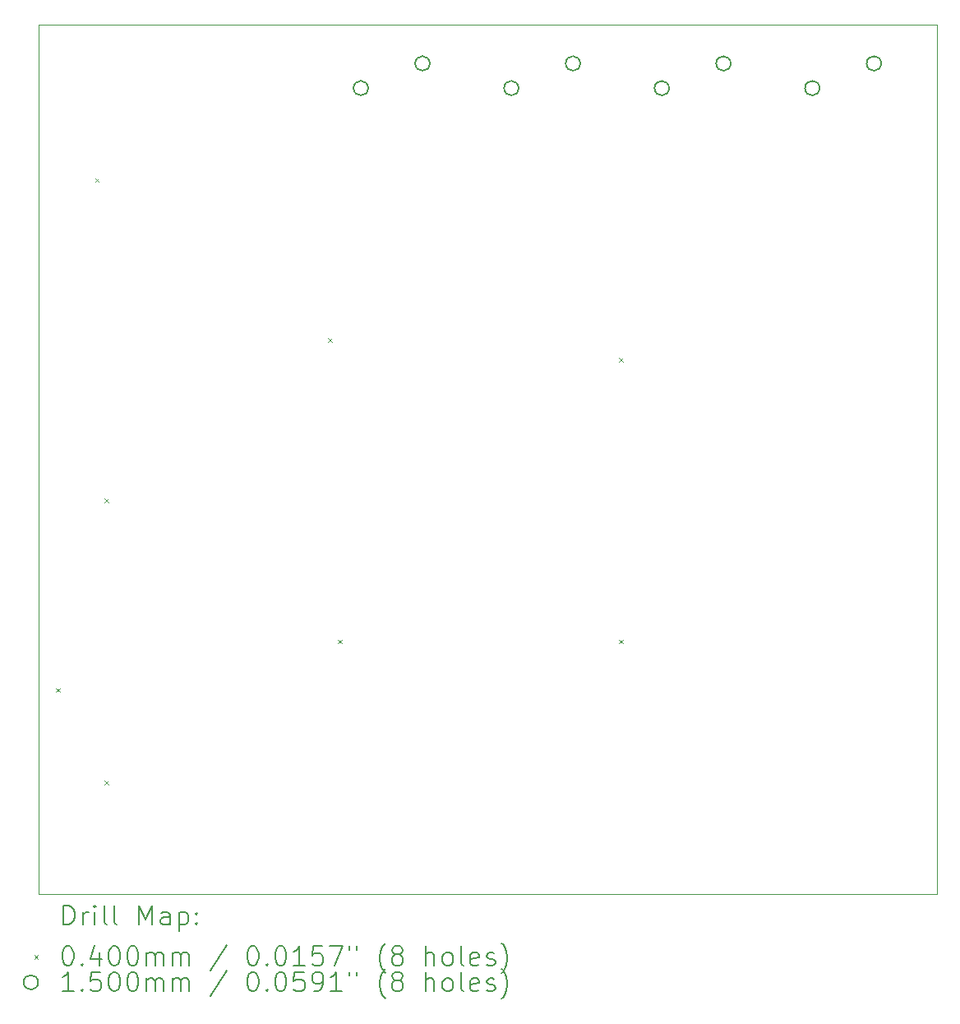
<source format=gbr>
%TF.GenerationSoftware,KiCad,Pcbnew,8.0.4*%
%TF.CreationDate,2024-07-29T15:22:11-07:00*%
%TF.ProjectId,3board_b,33626f61-7264-45f6-922e-6b696361645f,rev?*%
%TF.SameCoordinates,Original*%
%TF.FileFunction,Drillmap*%
%TF.FilePolarity,Positive*%
%FSLAX45Y45*%
G04 Gerber Fmt 4.5, Leading zero omitted, Abs format (unit mm)*
G04 Created by KiCad (PCBNEW 8.0.4) date 2024-07-29 15:22:11*
%MOMM*%
%LPD*%
G01*
G04 APERTURE LIST*
%ADD10C,0.100000*%
%ADD11C,0.200000*%
%ADD12C,0.150000*%
G04 APERTURE END LIST*
D10*
X19476500Y-2000000D02*
X19476500Y-10950000D01*
X10223500Y-10950000D02*
X10223500Y-2000000D01*
X19476500Y-10950000D02*
X10223500Y-10950000D01*
X10223500Y-2000000D02*
X19476500Y-2000000D01*
D11*
D10*
X10403500Y-8830000D02*
X10443500Y-8870000D01*
X10443500Y-8830000D02*
X10403500Y-8870000D01*
X10803500Y-3580000D02*
X10843500Y-3620000D01*
X10843500Y-3580000D02*
X10803500Y-3620000D01*
X10903500Y-6880000D02*
X10943500Y-6920000D01*
X10943500Y-6880000D02*
X10903500Y-6920000D01*
X10903500Y-9780000D02*
X10943500Y-9820000D01*
X10943500Y-9780000D02*
X10903500Y-9820000D01*
X13203500Y-5230000D02*
X13243500Y-5270000D01*
X13243500Y-5230000D02*
X13203500Y-5270000D01*
X13303500Y-8330000D02*
X13343500Y-8370000D01*
X13343500Y-8330000D02*
X13303500Y-8370000D01*
X16203500Y-5430000D02*
X16243500Y-5470000D01*
X16243500Y-5430000D02*
X16203500Y-5470000D01*
X16203500Y-8330000D02*
X16243500Y-8370000D01*
X16243500Y-8330000D02*
X16203500Y-8370000D01*
D12*
X13617500Y-2654000D02*
G75*
G02*
X13467500Y-2654000I-75000J0D01*
G01*
X13467500Y-2654000D02*
G75*
G02*
X13617500Y-2654000I75000J0D01*
G01*
X14252500Y-2400000D02*
G75*
G02*
X14102500Y-2400000I-75000J0D01*
G01*
X14102500Y-2400000D02*
G75*
G02*
X14252500Y-2400000I75000J0D01*
G01*
X15167500Y-2654000D02*
G75*
G02*
X15017500Y-2654000I-75000J0D01*
G01*
X15017500Y-2654000D02*
G75*
G02*
X15167500Y-2654000I75000J0D01*
G01*
X15802500Y-2400000D02*
G75*
G02*
X15652500Y-2400000I-75000J0D01*
G01*
X15652500Y-2400000D02*
G75*
G02*
X15802500Y-2400000I75000J0D01*
G01*
X16717500Y-2654000D02*
G75*
G02*
X16567500Y-2654000I-75000J0D01*
G01*
X16567500Y-2654000D02*
G75*
G02*
X16717500Y-2654000I75000J0D01*
G01*
X17352500Y-2400000D02*
G75*
G02*
X17202500Y-2400000I-75000J0D01*
G01*
X17202500Y-2400000D02*
G75*
G02*
X17352500Y-2400000I75000J0D01*
G01*
X18267500Y-2654000D02*
G75*
G02*
X18117500Y-2654000I-75000J0D01*
G01*
X18117500Y-2654000D02*
G75*
G02*
X18267500Y-2654000I75000J0D01*
G01*
X18902500Y-2400000D02*
G75*
G02*
X18752500Y-2400000I-75000J0D01*
G01*
X18752500Y-2400000D02*
G75*
G02*
X18902500Y-2400000I75000J0D01*
G01*
D11*
X10479277Y-11266484D02*
X10479277Y-11066484D01*
X10479277Y-11066484D02*
X10526896Y-11066484D01*
X10526896Y-11066484D02*
X10555467Y-11076008D01*
X10555467Y-11076008D02*
X10574515Y-11095055D01*
X10574515Y-11095055D02*
X10584039Y-11114103D01*
X10584039Y-11114103D02*
X10593563Y-11152198D01*
X10593563Y-11152198D02*
X10593563Y-11180770D01*
X10593563Y-11180770D02*
X10584039Y-11218865D01*
X10584039Y-11218865D02*
X10574515Y-11237912D01*
X10574515Y-11237912D02*
X10555467Y-11256960D01*
X10555467Y-11256960D02*
X10526896Y-11266484D01*
X10526896Y-11266484D02*
X10479277Y-11266484D01*
X10679277Y-11266484D02*
X10679277Y-11133150D01*
X10679277Y-11171246D02*
X10688801Y-11152198D01*
X10688801Y-11152198D02*
X10698324Y-11142674D01*
X10698324Y-11142674D02*
X10717372Y-11133150D01*
X10717372Y-11133150D02*
X10736420Y-11133150D01*
X10803086Y-11266484D02*
X10803086Y-11133150D01*
X10803086Y-11066484D02*
X10793563Y-11076008D01*
X10793563Y-11076008D02*
X10803086Y-11085531D01*
X10803086Y-11085531D02*
X10812610Y-11076008D01*
X10812610Y-11076008D02*
X10803086Y-11066484D01*
X10803086Y-11066484D02*
X10803086Y-11085531D01*
X10926896Y-11266484D02*
X10907848Y-11256960D01*
X10907848Y-11256960D02*
X10898324Y-11237912D01*
X10898324Y-11237912D02*
X10898324Y-11066484D01*
X11031658Y-11266484D02*
X11012610Y-11256960D01*
X11012610Y-11256960D02*
X11003086Y-11237912D01*
X11003086Y-11237912D02*
X11003086Y-11066484D01*
X11260229Y-11266484D02*
X11260229Y-11066484D01*
X11260229Y-11066484D02*
X11326896Y-11209341D01*
X11326896Y-11209341D02*
X11393562Y-11066484D01*
X11393562Y-11066484D02*
X11393562Y-11266484D01*
X11574515Y-11266484D02*
X11574515Y-11161722D01*
X11574515Y-11161722D02*
X11564991Y-11142674D01*
X11564991Y-11142674D02*
X11545943Y-11133150D01*
X11545943Y-11133150D02*
X11507848Y-11133150D01*
X11507848Y-11133150D02*
X11488801Y-11142674D01*
X11574515Y-11256960D02*
X11555467Y-11266484D01*
X11555467Y-11266484D02*
X11507848Y-11266484D01*
X11507848Y-11266484D02*
X11488801Y-11256960D01*
X11488801Y-11256960D02*
X11479277Y-11237912D01*
X11479277Y-11237912D02*
X11479277Y-11218865D01*
X11479277Y-11218865D02*
X11488801Y-11199817D01*
X11488801Y-11199817D02*
X11507848Y-11190293D01*
X11507848Y-11190293D02*
X11555467Y-11190293D01*
X11555467Y-11190293D02*
X11574515Y-11180770D01*
X11669753Y-11133150D02*
X11669753Y-11333150D01*
X11669753Y-11142674D02*
X11688801Y-11133150D01*
X11688801Y-11133150D02*
X11726896Y-11133150D01*
X11726896Y-11133150D02*
X11745943Y-11142674D01*
X11745943Y-11142674D02*
X11755467Y-11152198D01*
X11755467Y-11152198D02*
X11764991Y-11171246D01*
X11764991Y-11171246D02*
X11764991Y-11228388D01*
X11764991Y-11228388D02*
X11755467Y-11247436D01*
X11755467Y-11247436D02*
X11745943Y-11256960D01*
X11745943Y-11256960D02*
X11726896Y-11266484D01*
X11726896Y-11266484D02*
X11688801Y-11266484D01*
X11688801Y-11266484D02*
X11669753Y-11256960D01*
X11850705Y-11247436D02*
X11860229Y-11256960D01*
X11860229Y-11256960D02*
X11850705Y-11266484D01*
X11850705Y-11266484D02*
X11841182Y-11256960D01*
X11841182Y-11256960D02*
X11850705Y-11247436D01*
X11850705Y-11247436D02*
X11850705Y-11266484D01*
X11850705Y-11142674D02*
X11860229Y-11152198D01*
X11860229Y-11152198D02*
X11850705Y-11161722D01*
X11850705Y-11161722D02*
X11841182Y-11152198D01*
X11841182Y-11152198D02*
X11850705Y-11142674D01*
X11850705Y-11142674D02*
X11850705Y-11161722D01*
D10*
X10178500Y-11575000D02*
X10218500Y-11615000D01*
X10218500Y-11575000D02*
X10178500Y-11615000D01*
D11*
X10517372Y-11486484D02*
X10536420Y-11486484D01*
X10536420Y-11486484D02*
X10555467Y-11496008D01*
X10555467Y-11496008D02*
X10564991Y-11505531D01*
X10564991Y-11505531D02*
X10574515Y-11524579D01*
X10574515Y-11524579D02*
X10584039Y-11562674D01*
X10584039Y-11562674D02*
X10584039Y-11610293D01*
X10584039Y-11610293D02*
X10574515Y-11648388D01*
X10574515Y-11648388D02*
X10564991Y-11667436D01*
X10564991Y-11667436D02*
X10555467Y-11676960D01*
X10555467Y-11676960D02*
X10536420Y-11686484D01*
X10536420Y-11686484D02*
X10517372Y-11686484D01*
X10517372Y-11686484D02*
X10498324Y-11676960D01*
X10498324Y-11676960D02*
X10488801Y-11667436D01*
X10488801Y-11667436D02*
X10479277Y-11648388D01*
X10479277Y-11648388D02*
X10469753Y-11610293D01*
X10469753Y-11610293D02*
X10469753Y-11562674D01*
X10469753Y-11562674D02*
X10479277Y-11524579D01*
X10479277Y-11524579D02*
X10488801Y-11505531D01*
X10488801Y-11505531D02*
X10498324Y-11496008D01*
X10498324Y-11496008D02*
X10517372Y-11486484D01*
X10669753Y-11667436D02*
X10679277Y-11676960D01*
X10679277Y-11676960D02*
X10669753Y-11686484D01*
X10669753Y-11686484D02*
X10660229Y-11676960D01*
X10660229Y-11676960D02*
X10669753Y-11667436D01*
X10669753Y-11667436D02*
X10669753Y-11686484D01*
X10850705Y-11553150D02*
X10850705Y-11686484D01*
X10803086Y-11476960D02*
X10755467Y-11619817D01*
X10755467Y-11619817D02*
X10879277Y-11619817D01*
X10993563Y-11486484D02*
X11012610Y-11486484D01*
X11012610Y-11486484D02*
X11031658Y-11496008D01*
X11031658Y-11496008D02*
X11041182Y-11505531D01*
X11041182Y-11505531D02*
X11050705Y-11524579D01*
X11050705Y-11524579D02*
X11060229Y-11562674D01*
X11060229Y-11562674D02*
X11060229Y-11610293D01*
X11060229Y-11610293D02*
X11050705Y-11648388D01*
X11050705Y-11648388D02*
X11041182Y-11667436D01*
X11041182Y-11667436D02*
X11031658Y-11676960D01*
X11031658Y-11676960D02*
X11012610Y-11686484D01*
X11012610Y-11686484D02*
X10993563Y-11686484D01*
X10993563Y-11686484D02*
X10974515Y-11676960D01*
X10974515Y-11676960D02*
X10964991Y-11667436D01*
X10964991Y-11667436D02*
X10955467Y-11648388D01*
X10955467Y-11648388D02*
X10945944Y-11610293D01*
X10945944Y-11610293D02*
X10945944Y-11562674D01*
X10945944Y-11562674D02*
X10955467Y-11524579D01*
X10955467Y-11524579D02*
X10964991Y-11505531D01*
X10964991Y-11505531D02*
X10974515Y-11496008D01*
X10974515Y-11496008D02*
X10993563Y-11486484D01*
X11184039Y-11486484D02*
X11203086Y-11486484D01*
X11203086Y-11486484D02*
X11222134Y-11496008D01*
X11222134Y-11496008D02*
X11231658Y-11505531D01*
X11231658Y-11505531D02*
X11241182Y-11524579D01*
X11241182Y-11524579D02*
X11250705Y-11562674D01*
X11250705Y-11562674D02*
X11250705Y-11610293D01*
X11250705Y-11610293D02*
X11241182Y-11648388D01*
X11241182Y-11648388D02*
X11231658Y-11667436D01*
X11231658Y-11667436D02*
X11222134Y-11676960D01*
X11222134Y-11676960D02*
X11203086Y-11686484D01*
X11203086Y-11686484D02*
X11184039Y-11686484D01*
X11184039Y-11686484D02*
X11164991Y-11676960D01*
X11164991Y-11676960D02*
X11155467Y-11667436D01*
X11155467Y-11667436D02*
X11145944Y-11648388D01*
X11145944Y-11648388D02*
X11136420Y-11610293D01*
X11136420Y-11610293D02*
X11136420Y-11562674D01*
X11136420Y-11562674D02*
X11145944Y-11524579D01*
X11145944Y-11524579D02*
X11155467Y-11505531D01*
X11155467Y-11505531D02*
X11164991Y-11496008D01*
X11164991Y-11496008D02*
X11184039Y-11486484D01*
X11336420Y-11686484D02*
X11336420Y-11553150D01*
X11336420Y-11572198D02*
X11345943Y-11562674D01*
X11345943Y-11562674D02*
X11364991Y-11553150D01*
X11364991Y-11553150D02*
X11393563Y-11553150D01*
X11393563Y-11553150D02*
X11412610Y-11562674D01*
X11412610Y-11562674D02*
X11422134Y-11581722D01*
X11422134Y-11581722D02*
X11422134Y-11686484D01*
X11422134Y-11581722D02*
X11431658Y-11562674D01*
X11431658Y-11562674D02*
X11450705Y-11553150D01*
X11450705Y-11553150D02*
X11479277Y-11553150D01*
X11479277Y-11553150D02*
X11498324Y-11562674D01*
X11498324Y-11562674D02*
X11507848Y-11581722D01*
X11507848Y-11581722D02*
X11507848Y-11686484D01*
X11603086Y-11686484D02*
X11603086Y-11553150D01*
X11603086Y-11572198D02*
X11612610Y-11562674D01*
X11612610Y-11562674D02*
X11631658Y-11553150D01*
X11631658Y-11553150D02*
X11660229Y-11553150D01*
X11660229Y-11553150D02*
X11679277Y-11562674D01*
X11679277Y-11562674D02*
X11688801Y-11581722D01*
X11688801Y-11581722D02*
X11688801Y-11686484D01*
X11688801Y-11581722D02*
X11698324Y-11562674D01*
X11698324Y-11562674D02*
X11717372Y-11553150D01*
X11717372Y-11553150D02*
X11745943Y-11553150D01*
X11745943Y-11553150D02*
X11764991Y-11562674D01*
X11764991Y-11562674D02*
X11774515Y-11581722D01*
X11774515Y-11581722D02*
X11774515Y-11686484D01*
X12164991Y-11476960D02*
X11993563Y-11734103D01*
X12422134Y-11486484D02*
X12441182Y-11486484D01*
X12441182Y-11486484D02*
X12460229Y-11496008D01*
X12460229Y-11496008D02*
X12469753Y-11505531D01*
X12469753Y-11505531D02*
X12479277Y-11524579D01*
X12479277Y-11524579D02*
X12488801Y-11562674D01*
X12488801Y-11562674D02*
X12488801Y-11610293D01*
X12488801Y-11610293D02*
X12479277Y-11648388D01*
X12479277Y-11648388D02*
X12469753Y-11667436D01*
X12469753Y-11667436D02*
X12460229Y-11676960D01*
X12460229Y-11676960D02*
X12441182Y-11686484D01*
X12441182Y-11686484D02*
X12422134Y-11686484D01*
X12422134Y-11686484D02*
X12403086Y-11676960D01*
X12403086Y-11676960D02*
X12393563Y-11667436D01*
X12393563Y-11667436D02*
X12384039Y-11648388D01*
X12384039Y-11648388D02*
X12374515Y-11610293D01*
X12374515Y-11610293D02*
X12374515Y-11562674D01*
X12374515Y-11562674D02*
X12384039Y-11524579D01*
X12384039Y-11524579D02*
X12393563Y-11505531D01*
X12393563Y-11505531D02*
X12403086Y-11496008D01*
X12403086Y-11496008D02*
X12422134Y-11486484D01*
X12574515Y-11667436D02*
X12584039Y-11676960D01*
X12584039Y-11676960D02*
X12574515Y-11686484D01*
X12574515Y-11686484D02*
X12564991Y-11676960D01*
X12564991Y-11676960D02*
X12574515Y-11667436D01*
X12574515Y-11667436D02*
X12574515Y-11686484D01*
X12707848Y-11486484D02*
X12726896Y-11486484D01*
X12726896Y-11486484D02*
X12745944Y-11496008D01*
X12745944Y-11496008D02*
X12755467Y-11505531D01*
X12755467Y-11505531D02*
X12764991Y-11524579D01*
X12764991Y-11524579D02*
X12774515Y-11562674D01*
X12774515Y-11562674D02*
X12774515Y-11610293D01*
X12774515Y-11610293D02*
X12764991Y-11648388D01*
X12764991Y-11648388D02*
X12755467Y-11667436D01*
X12755467Y-11667436D02*
X12745944Y-11676960D01*
X12745944Y-11676960D02*
X12726896Y-11686484D01*
X12726896Y-11686484D02*
X12707848Y-11686484D01*
X12707848Y-11686484D02*
X12688801Y-11676960D01*
X12688801Y-11676960D02*
X12679277Y-11667436D01*
X12679277Y-11667436D02*
X12669753Y-11648388D01*
X12669753Y-11648388D02*
X12660229Y-11610293D01*
X12660229Y-11610293D02*
X12660229Y-11562674D01*
X12660229Y-11562674D02*
X12669753Y-11524579D01*
X12669753Y-11524579D02*
X12679277Y-11505531D01*
X12679277Y-11505531D02*
X12688801Y-11496008D01*
X12688801Y-11496008D02*
X12707848Y-11486484D01*
X12964991Y-11686484D02*
X12850706Y-11686484D01*
X12907848Y-11686484D02*
X12907848Y-11486484D01*
X12907848Y-11486484D02*
X12888801Y-11515055D01*
X12888801Y-11515055D02*
X12869753Y-11534103D01*
X12869753Y-11534103D02*
X12850706Y-11543627D01*
X13145944Y-11486484D02*
X13050706Y-11486484D01*
X13050706Y-11486484D02*
X13041182Y-11581722D01*
X13041182Y-11581722D02*
X13050706Y-11572198D01*
X13050706Y-11572198D02*
X13069753Y-11562674D01*
X13069753Y-11562674D02*
X13117372Y-11562674D01*
X13117372Y-11562674D02*
X13136420Y-11572198D01*
X13136420Y-11572198D02*
X13145944Y-11581722D01*
X13145944Y-11581722D02*
X13155467Y-11600769D01*
X13155467Y-11600769D02*
X13155467Y-11648388D01*
X13155467Y-11648388D02*
X13145944Y-11667436D01*
X13145944Y-11667436D02*
X13136420Y-11676960D01*
X13136420Y-11676960D02*
X13117372Y-11686484D01*
X13117372Y-11686484D02*
X13069753Y-11686484D01*
X13069753Y-11686484D02*
X13050706Y-11676960D01*
X13050706Y-11676960D02*
X13041182Y-11667436D01*
X13222134Y-11486484D02*
X13355467Y-11486484D01*
X13355467Y-11486484D02*
X13269753Y-11686484D01*
X13422134Y-11486484D02*
X13422134Y-11524579D01*
X13498325Y-11486484D02*
X13498325Y-11524579D01*
X13793563Y-11762674D02*
X13784039Y-11753150D01*
X13784039Y-11753150D02*
X13764991Y-11724579D01*
X13764991Y-11724579D02*
X13755468Y-11705531D01*
X13755468Y-11705531D02*
X13745944Y-11676960D01*
X13745944Y-11676960D02*
X13736420Y-11629341D01*
X13736420Y-11629341D02*
X13736420Y-11591246D01*
X13736420Y-11591246D02*
X13745944Y-11543627D01*
X13745944Y-11543627D02*
X13755468Y-11515055D01*
X13755468Y-11515055D02*
X13764991Y-11496008D01*
X13764991Y-11496008D02*
X13784039Y-11467436D01*
X13784039Y-11467436D02*
X13793563Y-11457912D01*
X13898325Y-11572198D02*
X13879277Y-11562674D01*
X13879277Y-11562674D02*
X13869753Y-11553150D01*
X13869753Y-11553150D02*
X13860229Y-11534103D01*
X13860229Y-11534103D02*
X13860229Y-11524579D01*
X13860229Y-11524579D02*
X13869753Y-11505531D01*
X13869753Y-11505531D02*
X13879277Y-11496008D01*
X13879277Y-11496008D02*
X13898325Y-11486484D01*
X13898325Y-11486484D02*
X13936420Y-11486484D01*
X13936420Y-11486484D02*
X13955468Y-11496008D01*
X13955468Y-11496008D02*
X13964991Y-11505531D01*
X13964991Y-11505531D02*
X13974515Y-11524579D01*
X13974515Y-11524579D02*
X13974515Y-11534103D01*
X13974515Y-11534103D02*
X13964991Y-11553150D01*
X13964991Y-11553150D02*
X13955468Y-11562674D01*
X13955468Y-11562674D02*
X13936420Y-11572198D01*
X13936420Y-11572198D02*
X13898325Y-11572198D01*
X13898325Y-11572198D02*
X13879277Y-11581722D01*
X13879277Y-11581722D02*
X13869753Y-11591246D01*
X13869753Y-11591246D02*
X13860229Y-11610293D01*
X13860229Y-11610293D02*
X13860229Y-11648388D01*
X13860229Y-11648388D02*
X13869753Y-11667436D01*
X13869753Y-11667436D02*
X13879277Y-11676960D01*
X13879277Y-11676960D02*
X13898325Y-11686484D01*
X13898325Y-11686484D02*
X13936420Y-11686484D01*
X13936420Y-11686484D02*
X13955468Y-11676960D01*
X13955468Y-11676960D02*
X13964991Y-11667436D01*
X13964991Y-11667436D02*
X13974515Y-11648388D01*
X13974515Y-11648388D02*
X13974515Y-11610293D01*
X13974515Y-11610293D02*
X13964991Y-11591246D01*
X13964991Y-11591246D02*
X13955468Y-11581722D01*
X13955468Y-11581722D02*
X13936420Y-11572198D01*
X14212610Y-11686484D02*
X14212610Y-11486484D01*
X14298325Y-11686484D02*
X14298325Y-11581722D01*
X14298325Y-11581722D02*
X14288801Y-11562674D01*
X14288801Y-11562674D02*
X14269753Y-11553150D01*
X14269753Y-11553150D02*
X14241182Y-11553150D01*
X14241182Y-11553150D02*
X14222134Y-11562674D01*
X14222134Y-11562674D02*
X14212610Y-11572198D01*
X14422134Y-11686484D02*
X14403087Y-11676960D01*
X14403087Y-11676960D02*
X14393563Y-11667436D01*
X14393563Y-11667436D02*
X14384039Y-11648388D01*
X14384039Y-11648388D02*
X14384039Y-11591246D01*
X14384039Y-11591246D02*
X14393563Y-11572198D01*
X14393563Y-11572198D02*
X14403087Y-11562674D01*
X14403087Y-11562674D02*
X14422134Y-11553150D01*
X14422134Y-11553150D02*
X14450706Y-11553150D01*
X14450706Y-11553150D02*
X14469753Y-11562674D01*
X14469753Y-11562674D02*
X14479277Y-11572198D01*
X14479277Y-11572198D02*
X14488801Y-11591246D01*
X14488801Y-11591246D02*
X14488801Y-11648388D01*
X14488801Y-11648388D02*
X14479277Y-11667436D01*
X14479277Y-11667436D02*
X14469753Y-11676960D01*
X14469753Y-11676960D02*
X14450706Y-11686484D01*
X14450706Y-11686484D02*
X14422134Y-11686484D01*
X14603087Y-11686484D02*
X14584039Y-11676960D01*
X14584039Y-11676960D02*
X14574515Y-11657912D01*
X14574515Y-11657912D02*
X14574515Y-11486484D01*
X14755468Y-11676960D02*
X14736420Y-11686484D01*
X14736420Y-11686484D02*
X14698325Y-11686484D01*
X14698325Y-11686484D02*
X14679277Y-11676960D01*
X14679277Y-11676960D02*
X14669753Y-11657912D01*
X14669753Y-11657912D02*
X14669753Y-11581722D01*
X14669753Y-11581722D02*
X14679277Y-11562674D01*
X14679277Y-11562674D02*
X14698325Y-11553150D01*
X14698325Y-11553150D02*
X14736420Y-11553150D01*
X14736420Y-11553150D02*
X14755468Y-11562674D01*
X14755468Y-11562674D02*
X14764991Y-11581722D01*
X14764991Y-11581722D02*
X14764991Y-11600769D01*
X14764991Y-11600769D02*
X14669753Y-11619817D01*
X14841182Y-11676960D02*
X14860230Y-11686484D01*
X14860230Y-11686484D02*
X14898325Y-11686484D01*
X14898325Y-11686484D02*
X14917372Y-11676960D01*
X14917372Y-11676960D02*
X14926896Y-11657912D01*
X14926896Y-11657912D02*
X14926896Y-11648388D01*
X14926896Y-11648388D02*
X14917372Y-11629341D01*
X14917372Y-11629341D02*
X14898325Y-11619817D01*
X14898325Y-11619817D02*
X14869753Y-11619817D01*
X14869753Y-11619817D02*
X14850706Y-11610293D01*
X14850706Y-11610293D02*
X14841182Y-11591246D01*
X14841182Y-11591246D02*
X14841182Y-11581722D01*
X14841182Y-11581722D02*
X14850706Y-11562674D01*
X14850706Y-11562674D02*
X14869753Y-11553150D01*
X14869753Y-11553150D02*
X14898325Y-11553150D01*
X14898325Y-11553150D02*
X14917372Y-11562674D01*
X14993563Y-11762674D02*
X15003087Y-11753150D01*
X15003087Y-11753150D02*
X15022134Y-11724579D01*
X15022134Y-11724579D02*
X15031658Y-11705531D01*
X15031658Y-11705531D02*
X15041182Y-11676960D01*
X15041182Y-11676960D02*
X15050706Y-11629341D01*
X15050706Y-11629341D02*
X15050706Y-11591246D01*
X15050706Y-11591246D02*
X15041182Y-11543627D01*
X15041182Y-11543627D02*
X15031658Y-11515055D01*
X15031658Y-11515055D02*
X15022134Y-11496008D01*
X15022134Y-11496008D02*
X15003087Y-11467436D01*
X15003087Y-11467436D02*
X14993563Y-11457912D01*
D12*
X10218500Y-11859000D02*
G75*
G02*
X10068500Y-11859000I-75000J0D01*
G01*
X10068500Y-11859000D02*
G75*
G02*
X10218500Y-11859000I75000J0D01*
G01*
D11*
X10584039Y-11950484D02*
X10469753Y-11950484D01*
X10526896Y-11950484D02*
X10526896Y-11750484D01*
X10526896Y-11750484D02*
X10507848Y-11779055D01*
X10507848Y-11779055D02*
X10488801Y-11798103D01*
X10488801Y-11798103D02*
X10469753Y-11807627D01*
X10669753Y-11931436D02*
X10679277Y-11940960D01*
X10679277Y-11940960D02*
X10669753Y-11950484D01*
X10669753Y-11950484D02*
X10660229Y-11940960D01*
X10660229Y-11940960D02*
X10669753Y-11931436D01*
X10669753Y-11931436D02*
X10669753Y-11950484D01*
X10860229Y-11750484D02*
X10764991Y-11750484D01*
X10764991Y-11750484D02*
X10755467Y-11845722D01*
X10755467Y-11845722D02*
X10764991Y-11836198D01*
X10764991Y-11836198D02*
X10784039Y-11826674D01*
X10784039Y-11826674D02*
X10831658Y-11826674D01*
X10831658Y-11826674D02*
X10850705Y-11836198D01*
X10850705Y-11836198D02*
X10860229Y-11845722D01*
X10860229Y-11845722D02*
X10869753Y-11864769D01*
X10869753Y-11864769D02*
X10869753Y-11912388D01*
X10869753Y-11912388D02*
X10860229Y-11931436D01*
X10860229Y-11931436D02*
X10850705Y-11940960D01*
X10850705Y-11940960D02*
X10831658Y-11950484D01*
X10831658Y-11950484D02*
X10784039Y-11950484D01*
X10784039Y-11950484D02*
X10764991Y-11940960D01*
X10764991Y-11940960D02*
X10755467Y-11931436D01*
X10993563Y-11750484D02*
X11012610Y-11750484D01*
X11012610Y-11750484D02*
X11031658Y-11760008D01*
X11031658Y-11760008D02*
X11041182Y-11769531D01*
X11041182Y-11769531D02*
X11050705Y-11788579D01*
X11050705Y-11788579D02*
X11060229Y-11826674D01*
X11060229Y-11826674D02*
X11060229Y-11874293D01*
X11060229Y-11874293D02*
X11050705Y-11912388D01*
X11050705Y-11912388D02*
X11041182Y-11931436D01*
X11041182Y-11931436D02*
X11031658Y-11940960D01*
X11031658Y-11940960D02*
X11012610Y-11950484D01*
X11012610Y-11950484D02*
X10993563Y-11950484D01*
X10993563Y-11950484D02*
X10974515Y-11940960D01*
X10974515Y-11940960D02*
X10964991Y-11931436D01*
X10964991Y-11931436D02*
X10955467Y-11912388D01*
X10955467Y-11912388D02*
X10945944Y-11874293D01*
X10945944Y-11874293D02*
X10945944Y-11826674D01*
X10945944Y-11826674D02*
X10955467Y-11788579D01*
X10955467Y-11788579D02*
X10964991Y-11769531D01*
X10964991Y-11769531D02*
X10974515Y-11760008D01*
X10974515Y-11760008D02*
X10993563Y-11750484D01*
X11184039Y-11750484D02*
X11203086Y-11750484D01*
X11203086Y-11750484D02*
X11222134Y-11760008D01*
X11222134Y-11760008D02*
X11231658Y-11769531D01*
X11231658Y-11769531D02*
X11241182Y-11788579D01*
X11241182Y-11788579D02*
X11250705Y-11826674D01*
X11250705Y-11826674D02*
X11250705Y-11874293D01*
X11250705Y-11874293D02*
X11241182Y-11912388D01*
X11241182Y-11912388D02*
X11231658Y-11931436D01*
X11231658Y-11931436D02*
X11222134Y-11940960D01*
X11222134Y-11940960D02*
X11203086Y-11950484D01*
X11203086Y-11950484D02*
X11184039Y-11950484D01*
X11184039Y-11950484D02*
X11164991Y-11940960D01*
X11164991Y-11940960D02*
X11155467Y-11931436D01*
X11155467Y-11931436D02*
X11145944Y-11912388D01*
X11145944Y-11912388D02*
X11136420Y-11874293D01*
X11136420Y-11874293D02*
X11136420Y-11826674D01*
X11136420Y-11826674D02*
X11145944Y-11788579D01*
X11145944Y-11788579D02*
X11155467Y-11769531D01*
X11155467Y-11769531D02*
X11164991Y-11760008D01*
X11164991Y-11760008D02*
X11184039Y-11750484D01*
X11336420Y-11950484D02*
X11336420Y-11817150D01*
X11336420Y-11836198D02*
X11345943Y-11826674D01*
X11345943Y-11826674D02*
X11364991Y-11817150D01*
X11364991Y-11817150D02*
X11393563Y-11817150D01*
X11393563Y-11817150D02*
X11412610Y-11826674D01*
X11412610Y-11826674D02*
X11422134Y-11845722D01*
X11422134Y-11845722D02*
X11422134Y-11950484D01*
X11422134Y-11845722D02*
X11431658Y-11826674D01*
X11431658Y-11826674D02*
X11450705Y-11817150D01*
X11450705Y-11817150D02*
X11479277Y-11817150D01*
X11479277Y-11817150D02*
X11498324Y-11826674D01*
X11498324Y-11826674D02*
X11507848Y-11845722D01*
X11507848Y-11845722D02*
X11507848Y-11950484D01*
X11603086Y-11950484D02*
X11603086Y-11817150D01*
X11603086Y-11836198D02*
X11612610Y-11826674D01*
X11612610Y-11826674D02*
X11631658Y-11817150D01*
X11631658Y-11817150D02*
X11660229Y-11817150D01*
X11660229Y-11817150D02*
X11679277Y-11826674D01*
X11679277Y-11826674D02*
X11688801Y-11845722D01*
X11688801Y-11845722D02*
X11688801Y-11950484D01*
X11688801Y-11845722D02*
X11698324Y-11826674D01*
X11698324Y-11826674D02*
X11717372Y-11817150D01*
X11717372Y-11817150D02*
X11745943Y-11817150D01*
X11745943Y-11817150D02*
X11764991Y-11826674D01*
X11764991Y-11826674D02*
X11774515Y-11845722D01*
X11774515Y-11845722D02*
X11774515Y-11950484D01*
X12164991Y-11740960D02*
X11993563Y-11998103D01*
X12422134Y-11750484D02*
X12441182Y-11750484D01*
X12441182Y-11750484D02*
X12460229Y-11760008D01*
X12460229Y-11760008D02*
X12469753Y-11769531D01*
X12469753Y-11769531D02*
X12479277Y-11788579D01*
X12479277Y-11788579D02*
X12488801Y-11826674D01*
X12488801Y-11826674D02*
X12488801Y-11874293D01*
X12488801Y-11874293D02*
X12479277Y-11912388D01*
X12479277Y-11912388D02*
X12469753Y-11931436D01*
X12469753Y-11931436D02*
X12460229Y-11940960D01*
X12460229Y-11940960D02*
X12441182Y-11950484D01*
X12441182Y-11950484D02*
X12422134Y-11950484D01*
X12422134Y-11950484D02*
X12403086Y-11940960D01*
X12403086Y-11940960D02*
X12393563Y-11931436D01*
X12393563Y-11931436D02*
X12384039Y-11912388D01*
X12384039Y-11912388D02*
X12374515Y-11874293D01*
X12374515Y-11874293D02*
X12374515Y-11826674D01*
X12374515Y-11826674D02*
X12384039Y-11788579D01*
X12384039Y-11788579D02*
X12393563Y-11769531D01*
X12393563Y-11769531D02*
X12403086Y-11760008D01*
X12403086Y-11760008D02*
X12422134Y-11750484D01*
X12574515Y-11931436D02*
X12584039Y-11940960D01*
X12584039Y-11940960D02*
X12574515Y-11950484D01*
X12574515Y-11950484D02*
X12564991Y-11940960D01*
X12564991Y-11940960D02*
X12574515Y-11931436D01*
X12574515Y-11931436D02*
X12574515Y-11950484D01*
X12707848Y-11750484D02*
X12726896Y-11750484D01*
X12726896Y-11750484D02*
X12745944Y-11760008D01*
X12745944Y-11760008D02*
X12755467Y-11769531D01*
X12755467Y-11769531D02*
X12764991Y-11788579D01*
X12764991Y-11788579D02*
X12774515Y-11826674D01*
X12774515Y-11826674D02*
X12774515Y-11874293D01*
X12774515Y-11874293D02*
X12764991Y-11912388D01*
X12764991Y-11912388D02*
X12755467Y-11931436D01*
X12755467Y-11931436D02*
X12745944Y-11940960D01*
X12745944Y-11940960D02*
X12726896Y-11950484D01*
X12726896Y-11950484D02*
X12707848Y-11950484D01*
X12707848Y-11950484D02*
X12688801Y-11940960D01*
X12688801Y-11940960D02*
X12679277Y-11931436D01*
X12679277Y-11931436D02*
X12669753Y-11912388D01*
X12669753Y-11912388D02*
X12660229Y-11874293D01*
X12660229Y-11874293D02*
X12660229Y-11826674D01*
X12660229Y-11826674D02*
X12669753Y-11788579D01*
X12669753Y-11788579D02*
X12679277Y-11769531D01*
X12679277Y-11769531D02*
X12688801Y-11760008D01*
X12688801Y-11760008D02*
X12707848Y-11750484D01*
X12955467Y-11750484D02*
X12860229Y-11750484D01*
X12860229Y-11750484D02*
X12850706Y-11845722D01*
X12850706Y-11845722D02*
X12860229Y-11836198D01*
X12860229Y-11836198D02*
X12879277Y-11826674D01*
X12879277Y-11826674D02*
X12926896Y-11826674D01*
X12926896Y-11826674D02*
X12945944Y-11836198D01*
X12945944Y-11836198D02*
X12955467Y-11845722D01*
X12955467Y-11845722D02*
X12964991Y-11864769D01*
X12964991Y-11864769D02*
X12964991Y-11912388D01*
X12964991Y-11912388D02*
X12955467Y-11931436D01*
X12955467Y-11931436D02*
X12945944Y-11940960D01*
X12945944Y-11940960D02*
X12926896Y-11950484D01*
X12926896Y-11950484D02*
X12879277Y-11950484D01*
X12879277Y-11950484D02*
X12860229Y-11940960D01*
X12860229Y-11940960D02*
X12850706Y-11931436D01*
X13060229Y-11950484D02*
X13098325Y-11950484D01*
X13098325Y-11950484D02*
X13117372Y-11940960D01*
X13117372Y-11940960D02*
X13126896Y-11931436D01*
X13126896Y-11931436D02*
X13145944Y-11902865D01*
X13145944Y-11902865D02*
X13155467Y-11864769D01*
X13155467Y-11864769D02*
X13155467Y-11788579D01*
X13155467Y-11788579D02*
X13145944Y-11769531D01*
X13145944Y-11769531D02*
X13136420Y-11760008D01*
X13136420Y-11760008D02*
X13117372Y-11750484D01*
X13117372Y-11750484D02*
X13079277Y-11750484D01*
X13079277Y-11750484D02*
X13060229Y-11760008D01*
X13060229Y-11760008D02*
X13050706Y-11769531D01*
X13050706Y-11769531D02*
X13041182Y-11788579D01*
X13041182Y-11788579D02*
X13041182Y-11836198D01*
X13041182Y-11836198D02*
X13050706Y-11855246D01*
X13050706Y-11855246D02*
X13060229Y-11864769D01*
X13060229Y-11864769D02*
X13079277Y-11874293D01*
X13079277Y-11874293D02*
X13117372Y-11874293D01*
X13117372Y-11874293D02*
X13136420Y-11864769D01*
X13136420Y-11864769D02*
X13145944Y-11855246D01*
X13145944Y-11855246D02*
X13155467Y-11836198D01*
X13345944Y-11950484D02*
X13231658Y-11950484D01*
X13288801Y-11950484D02*
X13288801Y-11750484D01*
X13288801Y-11750484D02*
X13269753Y-11779055D01*
X13269753Y-11779055D02*
X13250706Y-11798103D01*
X13250706Y-11798103D02*
X13231658Y-11807627D01*
X13422134Y-11750484D02*
X13422134Y-11788579D01*
X13498325Y-11750484D02*
X13498325Y-11788579D01*
X13793563Y-12026674D02*
X13784039Y-12017150D01*
X13784039Y-12017150D02*
X13764991Y-11988579D01*
X13764991Y-11988579D02*
X13755468Y-11969531D01*
X13755468Y-11969531D02*
X13745944Y-11940960D01*
X13745944Y-11940960D02*
X13736420Y-11893341D01*
X13736420Y-11893341D02*
X13736420Y-11855246D01*
X13736420Y-11855246D02*
X13745944Y-11807627D01*
X13745944Y-11807627D02*
X13755468Y-11779055D01*
X13755468Y-11779055D02*
X13764991Y-11760008D01*
X13764991Y-11760008D02*
X13784039Y-11731436D01*
X13784039Y-11731436D02*
X13793563Y-11721912D01*
X13898325Y-11836198D02*
X13879277Y-11826674D01*
X13879277Y-11826674D02*
X13869753Y-11817150D01*
X13869753Y-11817150D02*
X13860229Y-11798103D01*
X13860229Y-11798103D02*
X13860229Y-11788579D01*
X13860229Y-11788579D02*
X13869753Y-11769531D01*
X13869753Y-11769531D02*
X13879277Y-11760008D01*
X13879277Y-11760008D02*
X13898325Y-11750484D01*
X13898325Y-11750484D02*
X13936420Y-11750484D01*
X13936420Y-11750484D02*
X13955468Y-11760008D01*
X13955468Y-11760008D02*
X13964991Y-11769531D01*
X13964991Y-11769531D02*
X13974515Y-11788579D01*
X13974515Y-11788579D02*
X13974515Y-11798103D01*
X13974515Y-11798103D02*
X13964991Y-11817150D01*
X13964991Y-11817150D02*
X13955468Y-11826674D01*
X13955468Y-11826674D02*
X13936420Y-11836198D01*
X13936420Y-11836198D02*
X13898325Y-11836198D01*
X13898325Y-11836198D02*
X13879277Y-11845722D01*
X13879277Y-11845722D02*
X13869753Y-11855246D01*
X13869753Y-11855246D02*
X13860229Y-11874293D01*
X13860229Y-11874293D02*
X13860229Y-11912388D01*
X13860229Y-11912388D02*
X13869753Y-11931436D01*
X13869753Y-11931436D02*
X13879277Y-11940960D01*
X13879277Y-11940960D02*
X13898325Y-11950484D01*
X13898325Y-11950484D02*
X13936420Y-11950484D01*
X13936420Y-11950484D02*
X13955468Y-11940960D01*
X13955468Y-11940960D02*
X13964991Y-11931436D01*
X13964991Y-11931436D02*
X13974515Y-11912388D01*
X13974515Y-11912388D02*
X13974515Y-11874293D01*
X13974515Y-11874293D02*
X13964991Y-11855246D01*
X13964991Y-11855246D02*
X13955468Y-11845722D01*
X13955468Y-11845722D02*
X13936420Y-11836198D01*
X14212610Y-11950484D02*
X14212610Y-11750484D01*
X14298325Y-11950484D02*
X14298325Y-11845722D01*
X14298325Y-11845722D02*
X14288801Y-11826674D01*
X14288801Y-11826674D02*
X14269753Y-11817150D01*
X14269753Y-11817150D02*
X14241182Y-11817150D01*
X14241182Y-11817150D02*
X14222134Y-11826674D01*
X14222134Y-11826674D02*
X14212610Y-11836198D01*
X14422134Y-11950484D02*
X14403087Y-11940960D01*
X14403087Y-11940960D02*
X14393563Y-11931436D01*
X14393563Y-11931436D02*
X14384039Y-11912388D01*
X14384039Y-11912388D02*
X14384039Y-11855246D01*
X14384039Y-11855246D02*
X14393563Y-11836198D01*
X14393563Y-11836198D02*
X14403087Y-11826674D01*
X14403087Y-11826674D02*
X14422134Y-11817150D01*
X14422134Y-11817150D02*
X14450706Y-11817150D01*
X14450706Y-11817150D02*
X14469753Y-11826674D01*
X14469753Y-11826674D02*
X14479277Y-11836198D01*
X14479277Y-11836198D02*
X14488801Y-11855246D01*
X14488801Y-11855246D02*
X14488801Y-11912388D01*
X14488801Y-11912388D02*
X14479277Y-11931436D01*
X14479277Y-11931436D02*
X14469753Y-11940960D01*
X14469753Y-11940960D02*
X14450706Y-11950484D01*
X14450706Y-11950484D02*
X14422134Y-11950484D01*
X14603087Y-11950484D02*
X14584039Y-11940960D01*
X14584039Y-11940960D02*
X14574515Y-11921912D01*
X14574515Y-11921912D02*
X14574515Y-11750484D01*
X14755468Y-11940960D02*
X14736420Y-11950484D01*
X14736420Y-11950484D02*
X14698325Y-11950484D01*
X14698325Y-11950484D02*
X14679277Y-11940960D01*
X14679277Y-11940960D02*
X14669753Y-11921912D01*
X14669753Y-11921912D02*
X14669753Y-11845722D01*
X14669753Y-11845722D02*
X14679277Y-11826674D01*
X14679277Y-11826674D02*
X14698325Y-11817150D01*
X14698325Y-11817150D02*
X14736420Y-11817150D01*
X14736420Y-11817150D02*
X14755468Y-11826674D01*
X14755468Y-11826674D02*
X14764991Y-11845722D01*
X14764991Y-11845722D02*
X14764991Y-11864769D01*
X14764991Y-11864769D02*
X14669753Y-11883817D01*
X14841182Y-11940960D02*
X14860230Y-11950484D01*
X14860230Y-11950484D02*
X14898325Y-11950484D01*
X14898325Y-11950484D02*
X14917372Y-11940960D01*
X14917372Y-11940960D02*
X14926896Y-11921912D01*
X14926896Y-11921912D02*
X14926896Y-11912388D01*
X14926896Y-11912388D02*
X14917372Y-11893341D01*
X14917372Y-11893341D02*
X14898325Y-11883817D01*
X14898325Y-11883817D02*
X14869753Y-11883817D01*
X14869753Y-11883817D02*
X14850706Y-11874293D01*
X14850706Y-11874293D02*
X14841182Y-11855246D01*
X14841182Y-11855246D02*
X14841182Y-11845722D01*
X14841182Y-11845722D02*
X14850706Y-11826674D01*
X14850706Y-11826674D02*
X14869753Y-11817150D01*
X14869753Y-11817150D02*
X14898325Y-11817150D01*
X14898325Y-11817150D02*
X14917372Y-11826674D01*
X14993563Y-12026674D02*
X15003087Y-12017150D01*
X15003087Y-12017150D02*
X15022134Y-11988579D01*
X15022134Y-11988579D02*
X15031658Y-11969531D01*
X15031658Y-11969531D02*
X15041182Y-11940960D01*
X15041182Y-11940960D02*
X15050706Y-11893341D01*
X15050706Y-11893341D02*
X15050706Y-11855246D01*
X15050706Y-11855246D02*
X15041182Y-11807627D01*
X15041182Y-11807627D02*
X15031658Y-11779055D01*
X15031658Y-11779055D02*
X15022134Y-11760008D01*
X15022134Y-11760008D02*
X15003087Y-11731436D01*
X15003087Y-11731436D02*
X14993563Y-11721912D01*
M02*

</source>
